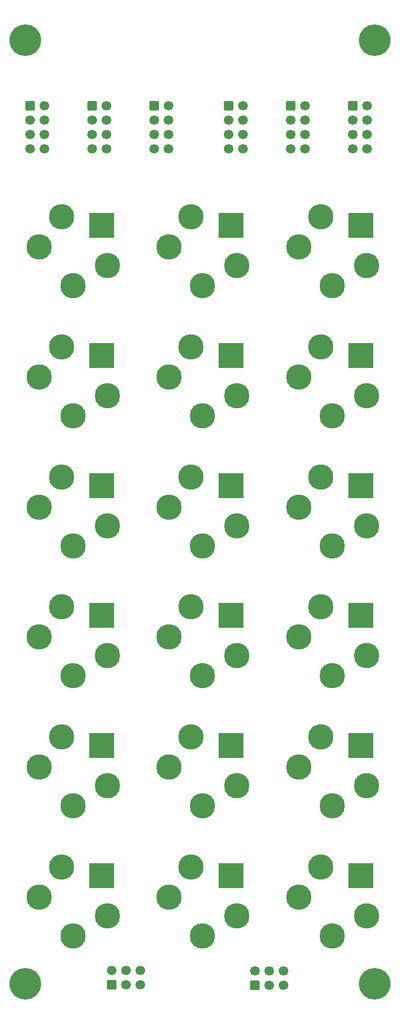
<source format=gbr>
%TF.GenerationSoftware,KiCad,Pcbnew,7.0.1*%
%TF.CreationDate,2023-03-18T19:20:35+00:00*%
%TF.ProjectId,KOSMO-POLY6-JACKS,4b4f534d-4f2d-4504-9f4c-59362d4a4143,v0.1.2*%
%TF.SameCoordinates,Original*%
%TF.FileFunction,Soldermask,Top*%
%TF.FilePolarity,Negative*%
%FSLAX46Y46*%
G04 Gerber Fmt 4.6, Leading zero omitted, Abs format (unit mm)*
G04 Created by KiCad (PCBNEW 7.0.1) date 2023-03-18 19:20:35*
%MOMM*%
%LPD*%
G01*
G04 APERTURE LIST*
G04 Aperture macros list*
%AMRoundRect*
0 Rectangle with rounded corners*
0 $1 Rounding radius*
0 $2 $3 $4 $5 $6 $7 $8 $9 X,Y pos of 4 corners*
0 Add a 4 corners polygon primitive as box body*
4,1,4,$2,$3,$4,$5,$6,$7,$8,$9,$2,$3,0*
0 Add four circle primitives for the rounded corners*
1,1,$1+$1,$2,$3*
1,1,$1+$1,$4,$5*
1,1,$1+$1,$6,$7*
1,1,$1+$1,$8,$9*
0 Add four rect primitives between the rounded corners*
20,1,$1+$1,$2,$3,$4,$5,0*
20,1,$1+$1,$4,$5,$6,$7,0*
20,1,$1+$1,$6,$7,$8,$9,0*
20,1,$1+$1,$8,$9,$2,$3,0*%
G04 Aperture macros list end*
%ADD10RoundRect,0.250000X-0.600000X-0.600000X0.600000X-0.600000X0.600000X0.600000X-0.600000X0.600000X0*%
%ADD11C,1.700000*%
%ADD12C,5.600000*%
%ADD13RoundRect,0.250000X0.600000X-0.600000X0.600000X0.600000X-0.600000X0.600000X-0.600000X-0.600000X0*%
%ADD14R,4.500000X4.500000*%
%ADD15C,4.500000*%
G04 APERTURE END LIST*
D10*
%TO.C,GATE_OUT1*%
X58538000Y-31435000D03*
D11*
X61078000Y-31435000D03*
X58538000Y-33975000D03*
X61078000Y-33975000D03*
X58538000Y-36515000D03*
X61078000Y-36515000D03*
X58538000Y-39055000D03*
X61078000Y-39055000D03*
%TD*%
D12*
%TO.C,H1*%
X119657000Y-19835000D03*
%TD*%
%TO.C,H2*%
X57657000Y-19837000D03*
%TD*%
%TO.C,H3*%
X57669000Y-186831000D03*
%TD*%
%TO.C,H4*%
X119655000Y-186829000D03*
%TD*%
D10*
%TO.C,PULSE_IN1*%
X115743000Y-31435000D03*
D11*
X118283000Y-31435000D03*
X115743000Y-33975000D03*
X118283000Y-33975000D03*
X115743000Y-36515000D03*
X118283000Y-36515000D03*
X115743000Y-39055000D03*
X118283000Y-39055000D03*
%TD*%
D10*
%TO.C,PULSE_OUT1*%
X80538000Y-31435000D03*
D11*
X83078000Y-31435000D03*
X80538000Y-33975000D03*
X83078000Y-33975000D03*
X80538000Y-36515000D03*
X83078000Y-36515000D03*
X80538000Y-39055000D03*
X83078000Y-39055000D03*
%TD*%
D10*
%TO.C,RAMP_IN1*%
X104743000Y-31435000D03*
D11*
X107283000Y-31435000D03*
X104743000Y-33975000D03*
X107283000Y-33975000D03*
X104743000Y-36515000D03*
X107283000Y-36515000D03*
X104743000Y-39055000D03*
X107283000Y-39055000D03*
%TD*%
D10*
%TO.C,RAMP_OUT1*%
X69538000Y-31435000D03*
D11*
X72078000Y-31435000D03*
X69538000Y-33975000D03*
X72078000Y-33975000D03*
X69538000Y-36515000D03*
X72078000Y-36515000D03*
X69538000Y-39055000D03*
X72078000Y-39055000D03*
%TD*%
D13*
%TO.C,PowerIN1*%
X72973000Y-186988000D03*
D11*
X72973000Y-184448000D03*
X75513000Y-186988000D03*
X75513000Y-184448000D03*
X78053000Y-186988000D03*
X78053000Y-184448000D03*
%TD*%
D13*
%TO.C,PowerOUT1*%
X98368000Y-187057000D03*
D11*
X98368000Y-184517000D03*
X100908000Y-187057000D03*
X100908000Y-184517000D03*
X103448000Y-187057000D03*
X103448000Y-184517000D03*
%TD*%
D10*
%TO.C,GATE_IN1*%
X93743000Y-31435000D03*
D11*
X96283000Y-31435000D03*
X93743000Y-33975000D03*
X96283000Y-33975000D03*
X93743000Y-36515000D03*
X96283000Y-36515000D03*
X93743000Y-39055000D03*
X96283000Y-39055000D03*
%TD*%
D14*
%TO.C,J1*%
X94181000Y-52666000D03*
D15*
X89101000Y-63334000D03*
X95197000Y-59778000D03*
X83132000Y-56476000D03*
X87069000Y-51142000D03*
%TD*%
D14*
%TO.C,J2*%
X117181000Y-52666000D03*
D15*
X112101000Y-63334000D03*
X118197000Y-59778000D03*
X106132000Y-56476000D03*
X110069000Y-51142000D03*
%TD*%
D14*
%TO.C,J3*%
X71181000Y-52666000D03*
D15*
X66101000Y-63334000D03*
X72197000Y-59778000D03*
X60132000Y-56476000D03*
X64069000Y-51142000D03*
%TD*%
D14*
%TO.C,J4*%
X94181000Y-75666000D03*
D15*
X89101000Y-86334000D03*
X95197000Y-82778000D03*
X83132000Y-79476000D03*
X87069000Y-74142000D03*
%TD*%
D14*
%TO.C,J5*%
X117181000Y-75666000D03*
D15*
X112101000Y-86334000D03*
X118197000Y-82778000D03*
X106132000Y-79476000D03*
X110069000Y-74142000D03*
%TD*%
D14*
%TO.C,J6*%
X71181000Y-75666000D03*
D15*
X66101000Y-86334000D03*
X72197000Y-82778000D03*
X60132000Y-79476000D03*
X64069000Y-74142000D03*
%TD*%
D14*
%TO.C,J7*%
X94181000Y-98666000D03*
D15*
X89101000Y-109334000D03*
X95197000Y-105778000D03*
X83132000Y-102476000D03*
X87069000Y-97142000D03*
%TD*%
D14*
%TO.C,J8*%
X117181000Y-98666000D03*
D15*
X112101000Y-109334000D03*
X118197000Y-105778000D03*
X106132000Y-102476000D03*
X110069000Y-97142000D03*
%TD*%
D14*
%TO.C,J9*%
X71181000Y-98666000D03*
D15*
X66101000Y-109334000D03*
X72197000Y-105778000D03*
X60132000Y-102476000D03*
X64069000Y-97142000D03*
%TD*%
D14*
%TO.C,J10*%
X94181000Y-121666000D03*
D15*
X89101000Y-132334000D03*
X95197000Y-128778000D03*
X83132000Y-125476000D03*
X87069000Y-120142000D03*
%TD*%
D14*
%TO.C,J11*%
X117181000Y-121666000D03*
D15*
X112101000Y-132334000D03*
X118197000Y-128778000D03*
X106132000Y-125476000D03*
X110069000Y-120142000D03*
%TD*%
D14*
%TO.C,J12*%
X71181000Y-121666000D03*
D15*
X66101000Y-132334000D03*
X72197000Y-128778000D03*
X60132000Y-125476000D03*
X64069000Y-120142000D03*
%TD*%
D14*
%TO.C,J13*%
X94181000Y-144666000D03*
D15*
X89101000Y-155334000D03*
X95197000Y-151778000D03*
X83132000Y-148476000D03*
X87069000Y-143142000D03*
%TD*%
D14*
%TO.C,J14*%
X117181000Y-144666000D03*
D15*
X112101000Y-155334000D03*
X118197000Y-151778000D03*
X106132000Y-148476000D03*
X110069000Y-143142000D03*
%TD*%
D14*
%TO.C,J15*%
X71181000Y-144666000D03*
D15*
X66101000Y-155334000D03*
X72197000Y-151778000D03*
X60132000Y-148476000D03*
X64069000Y-143142000D03*
%TD*%
D14*
%TO.C,J16*%
X94181000Y-167666000D03*
D15*
X89101000Y-178334000D03*
X95197000Y-174778000D03*
X83132000Y-171476000D03*
X87069000Y-166142000D03*
%TD*%
D14*
%TO.C,J17*%
X117181000Y-167666000D03*
D15*
X112101000Y-178334000D03*
X118197000Y-174778000D03*
X106132000Y-171476000D03*
X110069000Y-166142000D03*
%TD*%
D14*
%TO.C,J18*%
X71181000Y-167666000D03*
D15*
X66101000Y-178334000D03*
X72197000Y-174778000D03*
X60132000Y-171476000D03*
X64069000Y-166142000D03*
%TD*%
M02*

</source>
